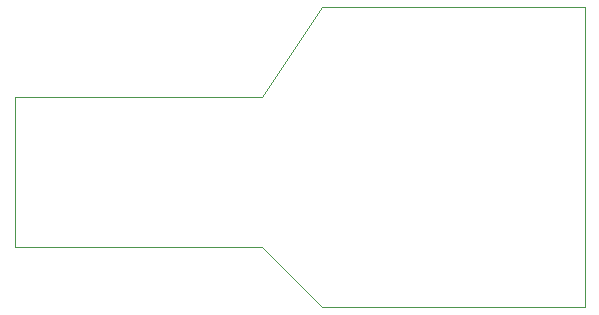
<source format=gbr>
%TF.GenerationSoftware,KiCad,Pcbnew,(5.1.12)-1*%
%TF.CreationDate,2022-06-15T15:17:17-04:00*%
%TF.ProjectId,flex_interface_x4,666c6578-5f69-46e7-9465-72666163655f,rev?*%
%TF.SameCoordinates,Original*%
%TF.FileFunction,Profile,NP*%
%FSLAX46Y46*%
G04 Gerber Fmt 4.6, Leading zero omitted, Abs format (unit mm)*
G04 Created by KiCad (PCBNEW (5.1.12)-1) date 2022-06-15 15:17:17*
%MOMM*%
%LPD*%
G01*
G04 APERTURE LIST*
%TA.AperFunction,Profile*%
%ADD10C,0.050000*%
%TD*%
G04 APERTURE END LIST*
D10*
X88900000Y-96520000D02*
X109855000Y-96520000D01*
X109855000Y-96520000D02*
X114935000Y-101600000D01*
X88900000Y-83820000D02*
X88900000Y-96520000D01*
X137160000Y-101600000D02*
X114935000Y-101600000D01*
X109855000Y-83820000D02*
X88900000Y-83820000D01*
X114935000Y-76200000D02*
X109855000Y-83820000D01*
X137160000Y-76200000D02*
X114935000Y-76200000D01*
X137160000Y-76200000D02*
X137160000Y-101600000D01*
M02*

</source>
